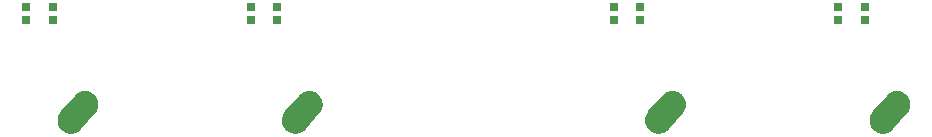
<source format=gbp>
G04 Layer_Color=128*
%FSLAX25Y25*%
%MOIN*%
G70*
G01*
G75*
%ADD24R,0.02756X0.02756*%
G36*
X262432Y175539D02*
X262655Y175524D01*
X262878Y175498D01*
X263099Y175460D01*
X263318Y175412D01*
X263535Y175353D01*
X263748Y175283D01*
X263958Y175203D01*
X264163Y175112D01*
X264363Y175011D01*
X264559Y174900D01*
X264748Y174780D01*
X264931Y174650D01*
X265107Y174512D01*
X265277Y174365D01*
X265439Y174209D01*
X265592Y174046D01*
X265738Y173875D01*
X265875Y173697D01*
X266002Y173513D01*
X266121Y173322D01*
X266230Y173126D01*
X266329Y172924D01*
X266417Y172718D01*
X266496Y172508D01*
X266563Y172294D01*
X266620Y172077D01*
X266667Y171858D01*
X266702Y171636D01*
X266726Y171413D01*
X266738Y171189D01*
X266740Y170965D01*
X266731Y170740D01*
X266710Y170517D01*
X266678Y170295D01*
X266635Y170075D01*
X266582Y169857D01*
X266517Y169642D01*
X266442Y169430D01*
X266356Y169223D01*
X266261Y169020D01*
X266155Y168822D01*
X266039Y168630D01*
X265914Y168444D01*
X265780Y168264D01*
X265637Y168091D01*
X261045Y162808D01*
X260893Y162642D01*
X260734Y162484D01*
X260567Y162335D01*
X260392Y162193D01*
X260211Y162061D01*
X260023Y161938D01*
X259830Y161824D01*
X259631Y161721D01*
X259427Y161627D01*
X259219Y161543D01*
X259007Y161470D01*
X258791Y161408D01*
X258573Y161356D01*
X258352Y161316D01*
X258130Y161286D01*
X257906Y161267D01*
X257682Y161260D01*
X257458Y161264D01*
X257234Y161279D01*
X257011Y161305D01*
X256790Y161343D01*
X256571Y161391D01*
X256354Y161450D01*
X256141Y161520D01*
X255931Y161600D01*
X255726Y161691D01*
X255526Y161792D01*
X255331Y161903D01*
X255141Y162023D01*
X254958Y162153D01*
X254782Y162291D01*
X254612Y162439D01*
X254451Y162594D01*
X254297Y162757D01*
X254151Y162928D01*
X254014Y163106D01*
X253887Y163290D01*
X253768Y163481D01*
X253660Y163677D01*
X253561Y163879D01*
X253472Y164085D01*
X253394Y164295D01*
X253326Y164509D01*
X253269Y164726D01*
X253223Y164945D01*
X253188Y165167D01*
X253164Y165390D01*
X253151Y165614D01*
X253149Y165839D01*
X253159Y166063D01*
X253179Y166286D01*
X253211Y166508D01*
X253254Y166729D01*
X253308Y166946D01*
X253372Y167161D01*
X253447Y167373D01*
X253533Y167580D01*
X253629Y167783D01*
X253735Y167981D01*
X253850Y168173D01*
X253975Y168359D01*
X254109Y168539D01*
X254252Y168712D01*
X258845Y173995D01*
X258996Y174161D01*
X259155Y174319D01*
X259323Y174469D01*
X259497Y174610D01*
X259678Y174742D01*
X259866Y174865D01*
X260059Y174979D01*
X260258Y175083D01*
X260462Y175177D01*
X260670Y175260D01*
X260882Y175333D01*
X261098Y175396D01*
X261316Y175447D01*
X261537Y175488D01*
X261759Y175517D01*
X261983Y175536D01*
X262207Y175543D01*
X262432Y175539D01*
D02*
G37*
G36*
X187628D02*
X187852Y175524D01*
X188075Y175498D01*
X188296Y175460D01*
X188515Y175412D01*
X188732Y175353D01*
X188945Y175283D01*
X189155Y175203D01*
X189360Y175112D01*
X189560Y175011D01*
X189755Y174900D01*
X189945Y174780D01*
X190128Y174650D01*
X190304Y174512D01*
X190474Y174365D01*
X190636Y174209D01*
X190789Y174046D01*
X190935Y173875D01*
X191072Y173697D01*
X191199Y173513D01*
X191318Y173322D01*
X191427Y173126D01*
X191525Y172924D01*
X191614Y172718D01*
X191692Y172508D01*
X191760Y172294D01*
X191817Y172077D01*
X191863Y171858D01*
X191899Y171636D01*
X191922Y171413D01*
X191935Y171189D01*
X191937Y170965D01*
X191928Y170740D01*
X191907Y170517D01*
X191875Y170295D01*
X191832Y170075D01*
X191779Y169857D01*
X191714Y169642D01*
X191639Y169430D01*
X191553Y169223D01*
X191457Y169020D01*
X191351Y168822D01*
X191236Y168630D01*
X191111Y168444D01*
X190977Y168264D01*
X190834Y168091D01*
X186241Y162808D01*
X186090Y162642D01*
X185931Y162484D01*
X185764Y162335D01*
X185589Y162193D01*
X185408Y162061D01*
X185220Y161938D01*
X185027Y161824D01*
X184828Y161721D01*
X184624Y161627D01*
X184416Y161543D01*
X184204Y161470D01*
X183988Y161408D01*
X183770Y161356D01*
X183549Y161316D01*
X183327Y161286D01*
X183103Y161267D01*
X182879Y161260D01*
X182655Y161264D01*
X182431Y161279D01*
X182208Y161305D01*
X181987Y161343D01*
X181768Y161391D01*
X181551Y161450D01*
X181338Y161520D01*
X181128Y161600D01*
X180923Y161691D01*
X180723Y161792D01*
X180528Y161903D01*
X180338Y162023D01*
X180155Y162153D01*
X179979Y162291D01*
X179809Y162439D01*
X179648Y162594D01*
X179494Y162757D01*
X179348Y162928D01*
X179211Y163106D01*
X179084Y163290D01*
X178965Y163481D01*
X178856Y163677D01*
X178758Y163879D01*
X178669Y164085D01*
X178591Y164295D01*
X178523Y164509D01*
X178466Y164726D01*
X178420Y164945D01*
X178384Y165167D01*
X178360Y165390D01*
X178348Y165614D01*
X178346Y165839D01*
X178356Y166063D01*
X178376Y166286D01*
X178408Y166508D01*
X178451Y166729D01*
X178505Y166946D01*
X178569Y167161D01*
X178644Y167373D01*
X178730Y167580D01*
X178826Y167783D01*
X178931Y167981D01*
X179047Y168173D01*
X179172Y168359D01*
X179306Y168539D01*
X179449Y168712D01*
X184042Y173995D01*
X184193Y174161D01*
X184352Y174319D01*
X184519Y174469D01*
X184694Y174610D01*
X184875Y174742D01*
X185063Y174865D01*
X185256Y174979D01*
X185455Y175083D01*
X185659Y175177D01*
X185867Y175260D01*
X186079Y175333D01*
X186295Y175396D01*
X186513Y175447D01*
X186734Y175488D01*
X186956Y175517D01*
X187180Y175536D01*
X187404Y175543D01*
X187628Y175539D01*
D02*
G37*
G36*
X458298D02*
X458522Y175524D01*
X458744Y175498D01*
X458966Y175460D01*
X459185Y175412D01*
X459401Y175353D01*
X459614Y175283D01*
X459824Y175203D01*
X460029Y175112D01*
X460229Y175011D01*
X460425Y174900D01*
X460614Y174780D01*
X460797Y174650D01*
X460974Y174512D01*
X461143Y174365D01*
X461305Y174209D01*
X461459Y174046D01*
X461604Y173875D01*
X461741Y173697D01*
X461869Y173513D01*
X461987Y173322D01*
X462096Y173126D01*
X462195Y172924D01*
X462284Y172718D01*
X462362Y172508D01*
X462430Y172294D01*
X462487Y172077D01*
X462533Y171858D01*
X462568Y171636D01*
X462592Y171413D01*
X462605Y171189D01*
X462606Y170965D01*
X462597Y170740D01*
X462576Y170517D01*
X462544Y170295D01*
X462501Y170075D01*
X462448Y169857D01*
X462383Y169642D01*
X462308Y169430D01*
X462222Y169223D01*
X462127Y169020D01*
X462021Y168822D01*
X461905Y168630D01*
X461780Y168444D01*
X461646Y168264D01*
X461503Y168091D01*
X456911Y162808D01*
X456759Y162642D01*
X456600Y162484D01*
X456433Y162335D01*
X456258Y162193D01*
X456077Y162061D01*
X455890Y161938D01*
X455696Y161824D01*
X455497Y161721D01*
X455294Y161627D01*
X455085Y161543D01*
X454873Y161470D01*
X454658Y161408D01*
X454439Y161356D01*
X454219Y161316D01*
X453996Y161286D01*
X453772Y161267D01*
X453548Y161260D01*
X453324Y161264D01*
X453100Y161279D01*
X452877Y161305D01*
X452656Y161343D01*
X452437Y161391D01*
X452220Y161450D01*
X452007Y161520D01*
X451798Y161600D01*
X451592Y161691D01*
X451392Y161792D01*
X451197Y161903D01*
X451008Y162023D01*
X450824Y162153D01*
X450648Y162291D01*
X450479Y162439D01*
X450317Y162594D01*
X450163Y162757D01*
X450017Y162928D01*
X449881Y163106D01*
X449753Y163290D01*
X449634Y163481D01*
X449526Y163677D01*
X449427Y163879D01*
X449338Y164085D01*
X449260Y164295D01*
X449192Y164509D01*
X449135Y164726D01*
X449089Y164945D01*
X449054Y165167D01*
X449030Y165390D01*
X449017Y165614D01*
X449015Y165839D01*
X449025Y166063D01*
X449046Y166286D01*
X449077Y166508D01*
X449120Y166729D01*
X449174Y166946D01*
X449238Y167161D01*
X449313Y167373D01*
X449399Y167580D01*
X449495Y167783D01*
X449601Y167981D01*
X449716Y168173D01*
X449841Y168359D01*
X449975Y168539D01*
X450118Y168712D01*
X454711Y173995D01*
X454862Y174161D01*
X455022Y174319D01*
X455189Y174469D01*
X455363Y174610D01*
X455544Y174742D01*
X455732Y174865D01*
X455925Y174979D01*
X456124Y175083D01*
X456328Y175177D01*
X456536Y175260D01*
X456748Y175333D01*
X456964Y175396D01*
X457182Y175447D01*
X457403Y175488D01*
X457625Y175517D01*
X457849Y175536D01*
X458073Y175543D01*
X458298Y175539D01*
D02*
G37*
G36*
X383494D02*
X383718Y175524D01*
X383941Y175498D01*
X384162Y175460D01*
X384382Y175412D01*
X384598Y175353D01*
X384811Y175283D01*
X385021Y175203D01*
X385226Y175112D01*
X385426Y175011D01*
X385622Y174900D01*
X385811Y174780D01*
X385994Y174650D01*
X386171Y174512D01*
X386340Y174365D01*
X386502Y174209D01*
X386655Y174046D01*
X386801Y173875D01*
X386938Y173697D01*
X387066Y173513D01*
X387184Y173322D01*
X387293Y173126D01*
X387392Y172924D01*
X387480Y172718D01*
X387559Y172508D01*
X387626Y172294D01*
X387683Y172077D01*
X387730Y171858D01*
X387765Y171636D01*
X387789Y171413D01*
X387801Y171189D01*
X387803Y170965D01*
X387794Y170740D01*
X387773Y170517D01*
X387741Y170295D01*
X387698Y170075D01*
X387645Y169857D01*
X387580Y169642D01*
X387505Y169430D01*
X387419Y169223D01*
X387323Y169020D01*
X387218Y168822D01*
X387102Y168630D01*
X386977Y168444D01*
X386843Y168264D01*
X386700Y168091D01*
X382108Y162808D01*
X381956Y162642D01*
X381797Y162484D01*
X381630Y162335D01*
X381455Y162193D01*
X381274Y162061D01*
X381086Y161938D01*
X380893Y161824D01*
X380694Y161721D01*
X380490Y161627D01*
X380282Y161543D01*
X380070Y161470D01*
X379854Y161408D01*
X379636Y161356D01*
X379415Y161316D01*
X379193Y161286D01*
X378969Y161267D01*
X378745Y161260D01*
X378521Y161264D01*
X378297Y161279D01*
X378074Y161305D01*
X377853Y161343D01*
X377634Y161391D01*
X377417Y161450D01*
X377204Y161520D01*
X376994Y161600D01*
X376789Y161691D01*
X376589Y161792D01*
X376394Y161903D01*
X376204Y162023D01*
X376021Y162153D01*
X375845Y162291D01*
X375675Y162439D01*
X375514Y162594D01*
X375360Y162757D01*
X375214Y162928D01*
X375077Y163106D01*
X374950Y163290D01*
X374831Y163481D01*
X374723Y163677D01*
X374624Y163879D01*
X374535Y164085D01*
X374457Y164295D01*
X374389Y164509D01*
X374332Y164726D01*
X374286Y164945D01*
X374251Y165167D01*
X374227Y165390D01*
X374214Y165614D01*
X374212Y165839D01*
X374222Y166063D01*
X374242Y166286D01*
X374274Y166508D01*
X374317Y166729D01*
X374371Y166946D01*
X374435Y167161D01*
X374510Y167373D01*
X374596Y167580D01*
X374692Y167783D01*
X374798Y167981D01*
X374913Y168173D01*
X375038Y168359D01*
X375172Y168539D01*
X375315Y168712D01*
X379908Y173995D01*
X380059Y174161D01*
X380218Y174319D01*
X380385Y174469D01*
X380560Y174610D01*
X380741Y174742D01*
X380929Y174865D01*
X381122Y174979D01*
X381321Y175083D01*
X381525Y175177D01*
X381733Y175260D01*
X381945Y175333D01*
X382161Y175396D01*
X382379Y175447D01*
X382600Y175488D01*
X382822Y175517D01*
X383046Y175536D01*
X383270Y175543D01*
X383494Y175539D01*
D02*
G37*
D24*
X438621Y199036D02*
D03*
Y203367D02*
D03*
X447400D02*
D03*
Y199036D02*
D03*
X363818D02*
D03*
Y203367D02*
D03*
X372597D02*
D03*
Y199036D02*
D03*
X242755D02*
D03*
Y203367D02*
D03*
X251534D02*
D03*
Y199036D02*
D03*
X167952D02*
D03*
Y203367D02*
D03*
X176731D02*
D03*
Y199036D02*
D03*
M02*

</source>
